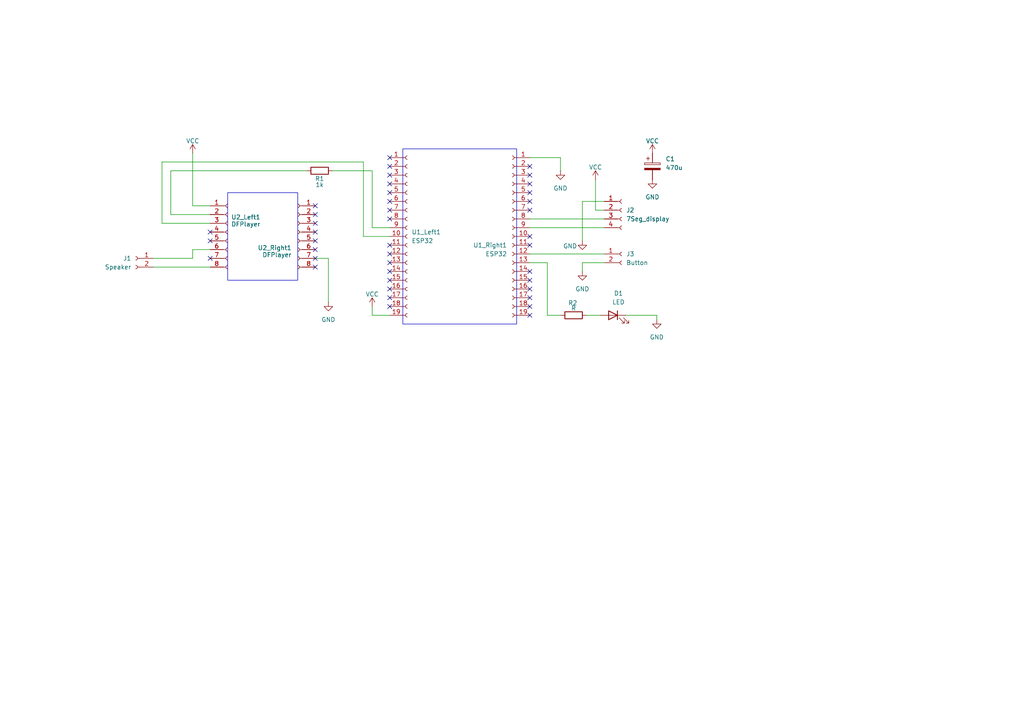
<source format=kicad_sch>
(kicad_sch (version 20250114) (generator "eeschema") (generator_version "9.0")
  (paper "A4")
  (title_block (title "alarm_unit") (date "2025-11-6") (company "MauSugi"))
  (lib_symbols
    (symbol "Conn_01x08_Socket_1" (pin_names (offset 1.016) (hide yes))
      (property "Reference" "U2" (at 1.016 4.318 0))
      (property "Value" "DFPlayer_Left" (at 1.016 2.286 0))
      (symbol "Conn_01x08_Socket_1_1_1"
        (polyline (pts (xy -1.27 7.62) (xy -0.508 7.62)) (stroke (width 0.1524)))
        (polyline (pts (xy -1.27 5.08) (xy -0.508 5.08)) (stroke (width 0.1524)))
        (polyline (pts (xy -1.27 2.54) (xy -0.508 2.54)) (stroke (width 0.1524)))
        (polyline (pts (xy -1.27 0) (xy -0.508 0)) (stroke (width 0.1524)))
        (polyline (pts (xy -1.27 -2.54) (xy -0.508 -2.54)) (stroke (width 0.1524)))
        (polyline (pts (xy -1.27 -5.08) (xy -0.508 -5.08)) (stroke (width 0.1524)))
        (polyline (pts (xy -1.27 -7.62) (xy -0.508 -7.62)) (stroke (width 0.1524)))
        (polyline (pts (xy -1.27 -10.16) (xy -0.508 -10.16)) (stroke (width 0.1524)))
        (arc (start 0 7.112) (mid -0.5058 7.62) (end 0 8.128) (stroke (width 0.1524)))
        (arc (start 0 4.572) (mid -0.5058 5.08) (end 0 5.588) (stroke (width 0.1524)))
        (arc (start 0 2.032) (mid -0.5058 2.54) (end 0 3.048) (stroke (width 0.1524)))
        (arc (start 0 -0.508) (mid -0.5058 0) (end 0 0.508) (stroke (width 0.1524)))
        (arc (start 0 -3.048) (mid -0.5058 -2.54) (end 0 -2.032) (stroke (width 0.1524)))
        (arc (start 0 -5.588) (mid -0.5058 -5.08) (end 0 -4.572) (stroke (width 0.1524)))
        (arc (start 0 -8.128) (mid -0.5058 -7.62) (end 0 -7.112) (stroke (width 0.1524)))
        (arc (start 0 -10.668) (mid -0.5058 -10.16) (end 0 -9.652) (stroke (width 0.1524)))
        (pin passive line (at -5.08 7.62 0) (length 3.81) (name "VCC") (number "1"))
        (pin passive line (at -5.08 5.08 0) (length 3.81) (name "RX") (number "2"))
        (pin passive line (at -5.08 2.54 0) (length 3.81) (name "TX") (number "3"))
        (pin passive line (at -5.08 0 0) (length 3.81) (name "DAC_R") (number "4"))
        (pin passive line (at -5.08 -2.54 0) (length 3.81) (name "DAC_I") (number "5"))
        (pin passive line (at -5.08 -5.08 0) (length 3.81) (name "SPK1") (number "6"))
        (pin passive line (at -5.08 -7.62 0) (length 3.81) (name "GND") (number "7"))
        (pin passive line (at -5.08 -10.16 0) (length 3.81) (name "SPK2") (number "8"))
      )
    )
    (symbol "Connector:Conn_01x02_Socket" (pin_names (offset 1.016) (hide yes))
      (property "Reference" "J" (at 0 2.54 0))
      (property "Value" "Conn_01x02_Socket" (at 0 -5.08 0))
      (symbol "Conn_01x02_Socket_1_1"
        (polyline (pts (xy -1.27 0) (xy -0.508 0)) (stroke (width 0.1524)))
        (polyline (pts (xy -1.27 -2.54) (xy -0.508 -2.54)) (stroke (width 0.1524)))
        (arc (start 0 -0.508) (mid -0.5058 0) (end 0 0.508) (stroke (width 0.1524)))
        (arc (start 0 -3.048) (mid -0.5058 -2.54) (end 0 -2.032) (stroke (width 0.1524)))
        (pin passive line (at -5.08 0 0) (length 3.81) (name "Pin_1") (number "1"))
        (pin passive line (at -5.08 -2.54 0) (length 3.81) (name "Pin_2") (number "2"))
      )
    )
    (symbol "Connector:Conn_01x04_Socket" (pin_names (offset 1.016) (hide yes))
      (property "Reference" "J" (at 0 5.08 0))
      (property "Value" "Conn_01x04_Socket" (at 0 -7.62 0))
      (symbol "Conn_01x04_Socket_1_1"
        (polyline (pts (xy -1.27 2.54) (xy -0.508 2.54)) (stroke (width 0.1524)))
        (polyline (pts (xy -1.27 0) (xy -0.508 0)) (stroke (width 0.1524)))
        (polyline (pts (xy -1.27 -2.54) (xy -0.508 -2.54)) (stroke (width 0.1524)))
        (polyline (pts (xy -1.27 -5.08) (xy -0.508 -5.08)) (stroke (width 0.1524)))
        (arc (start 0 2.032) (mid -0.5058 2.54) (end 0 3.048) (stroke (width 0.1524)))
        (arc (start 0 -0.508) (mid -0.5058 0) (end 0 0.508) (stroke (width 0.1524)))
        (arc (start 0 -3.048) (mid -0.5058 -2.54) (end 0 -2.032) (stroke (width 0.1524)))
        (arc (start 0 -5.588) (mid -0.5058 -5.08) (end 0 -4.572) (stroke (width 0.1524)))
        (pin passive line (at -5.08 2.54 0) (length 3.81) (name "Pin_1") (number "1"))
        (pin passive line (at -5.08 0 0) (length 3.81) (name "Pin_2") (number "2"))
        (pin passive line (at -5.08 -2.54 0) (length 3.81) (name "Pin_3") (number "3"))
        (pin passive line (at -5.08 -5.08 0) (length 3.81) (name "Pin_4") (number "4"))
      )
    )
    (symbol "Connector:Conn_01x08_Socket" (pin_names (offset 1.016) (hide yes))
      (property "Reference" "U2" (at 1.016 4.318 0))
      (property "Value" "DFPlayer_Left" (at 1.016 2.286 0))
      (symbol "Conn_01x08_Socket_1_1"
        (polyline (pts (xy -1.27 7.62) (xy -0.508 7.62)) (stroke (width 0.1524)))
        (polyline (pts (xy -1.27 5.08) (xy -0.508 5.08)) (stroke (width 0.1524)))
        (polyline (pts (xy -1.27 2.54) (xy -0.508 2.54)) (stroke (width 0.1524)))
        (polyline (pts (xy -1.27 0) (xy -0.508 0)) (stroke (width 0.1524)))
        (polyline (pts (xy -1.27 -2.54) (xy -0.508 -2.54)) (stroke (width 0.1524)))
        (polyline (pts (xy -1.27 -5.08) (xy -0.508 -5.08)) (stroke (width 0.1524)))
        (polyline (pts (xy -1.27 -7.62) (xy -0.508 -7.62)) (stroke (width 0.1524)))
        (polyline (pts (xy -1.27 -10.16) (xy -0.508 -10.16)) (stroke (width 0.1524)))
        (arc (start 0 7.112) (mid -0.5058 7.62) (end 0 8.128) (stroke (width 0.1524)))
        (arc (start 0 4.572) (mid -0.5058 5.08) (end 0 5.588) (stroke (width 0.1524)))
        (arc (start 0 2.032) (mid -0.5058 2.54) (end 0 3.048) (stroke (width 0.1524)))
        (arc (start 0 -0.508) (mid -0.5058 0) (end 0 0.508) (stroke (width 0.1524)))
        (arc (start 0 -3.048) (mid -0.5058 -2.54) (end 0 -2.032) (stroke (width 0.1524)))
        (arc (start 0 -5.588) (mid -0.5058 -5.08) (end 0 -4.572) (stroke (width 0.1524)))
        (arc (start 0 -8.128) (mid -0.5058 -7.62) (end 0 -7.112) (stroke (width 0.1524)))
        (arc (start 0 -10.668) (mid -0.5058 -10.16) (end 0 -9.652) (stroke (width 0.1524)))
        (pin passive line (at -5.08 7.62 0) (length 3.81) (name "VCC") (number "1"))
        (pin passive line (at -5.08 5.08 0) (length 3.81) (name "RX") (number "2"))
        (pin passive line (at -5.08 2.54 0) (length 3.81) (name "TX") (number "3"))
        (pin passive line (at -5.08 0 0) (length 3.81) (name "DAC_R") (number "4"))
        (pin passive line (at -5.08 -2.54 0) (length 3.81) (name "DAC_I") (number "5"))
        (pin passive line (at -5.08 -5.08 0) (length 3.81) (name "SPK1") (number "6"))
        (pin passive line (at -5.08 -7.62 0) (length 3.81) (name "GND") (number "7"))
        (pin passive line (at -5.08 -10.16 0) (length 3.81) (name "SPK2") (number "8"))
      )
    )
    (symbol "Connector:Conn_01x19_Socket" (pin_names (offset 1.016) (hide yes))
      (property "Reference" "J" (at 0 25.4 0))
      (property "Value" "Conn_01x19_Socket" (at 0 -25.4 0))
      (symbol "Conn_01x19_Socket_1_1"
        (polyline (pts (xy -1.27 22.86) (xy -0.508 22.86)) (stroke (width 0.1524)))
        (polyline (pts (xy -1.27 20.32) (xy -0.508 20.32)) (stroke (width 0.1524)))
        (polyline (pts (xy -1.27 17.78) (xy -0.508 17.78)) (stroke (width 0.1524)))
        (polyline (pts (xy -1.27 15.24) (xy -0.508 15.24)) (stroke (width 0.1524)))
        (polyline (pts (xy -1.27 12.7) (xy -0.508 12.7)) (stroke (width 0.1524)))
        (polyline (pts (xy -1.27 10.16) (xy -0.508 10.16)) (stroke (width 0.1524)))
        (polyline (pts (xy -1.27 7.62) (xy -0.508 7.62)) (stroke (width 0.1524)))
        (polyline (pts (xy -1.27 5.08) (xy -0.508 5.08)) (stroke (width 0.1524)))
        (polyline (pts (xy -1.27 2.54) (xy -0.508 2.54)) (stroke (width 0.1524)))
        (polyline (pts (xy -1.27 0) (xy -0.508 0)) (stroke (width 0.1524)))
        (polyline (pts (xy -1.27 -2.54) (xy -0.508 -2.54)) (stroke (width 0.1524)))
        (polyline (pts (xy -1.27 -5.08) (xy -0.508 -5.08)) (stroke (width 0.1524)))
        (polyline (pts (xy -1.27 -7.62) (xy -0.508 -7.62)) (stroke (width 0.1524)))
        (polyline (pts (xy -1.27 -10.16) (xy -0.508 -10.16)) (stroke (width 0.1524)))
        (polyline (pts (xy -1.27 -12.7) (xy -0.508 -12.7)) (stroke (width 0.1524)))
        (polyline (pts (xy -1.27 -15.24) (xy -0.508 -15.24)) (stroke (width 0.1524)))
        (polyline (pts (xy -1.27 -17.78) (xy -0.508 -17.78)) (stroke (width 0.1524)))
        (polyline (pts (xy -1.27 -20.32) (xy -0.508 -20.32)) (stroke (width 0.1524)))
        (polyline (pts (xy -1.27 -22.86) (xy -0.508 -22.86)) (stroke (width 0.1524)))
        (arc (start 0 22.352) (mid -0.5058 22.86) (end 0 23.368) (stroke (width 0.1524)))
        (arc (start 0 19.812) (mid -0.5058 20.32) (end 0 20.828) (stroke (width 0.1524)))
        (arc (start 0 17.272) (mid -0.5058 17.78) (end 0 18.288) (stroke (width 0.1524)))
        (arc (start 0 14.732) (mid -0.5058 15.24) (end 0 15.748) (stroke (width 0.1524)))
        (arc (start 0 12.192) (mid -0.5058 12.7) (end 0 13.208) (stroke (width 0.1524)))
        (arc (start 0 9.652) (mid -0.5058 10.16) (end 0 10.668) (stroke (width 0.1524)))
        (arc (start 0 7.112) (mid -0.5058 7.62) (end 0 8.128) (stroke (width 0.1524)))
        (arc (start 0 4.572) (mid -0.5058 5.08) (end 0 5.588) (stroke (width 0.1524)))
        (arc (start 0 2.032) (mid -0.5058 2.54) (end 0 3.048) (stroke (width 0.1524)))
        (arc (start 0 -0.508) (mid -0.5058 0) (end 0 0.508) (stroke (width 0.1524)))
        (arc (start 0 -3.048) (mid -0.5058 -2.54) (end 0 -2.032) (stroke (width 0.1524)))
        (arc (start 0 -5.588) (mid -0.5058 -5.08) (end 0 -4.572) (stroke (width 0.1524)))
        (arc (start 0 -8.128) (mid -0.5058 -7.62) (end 0 -7.112) (stroke (width 0.1524)))
        (arc (start 0 -10.668) (mid -0.5058 -10.16) (end 0 -9.652) (stroke (width 0.1524)))
        (arc (start 0 -13.208) (mid -0.5058 -12.7) (end 0 -12.192) (stroke (width 0.1524)))
        (arc (start 0 -15.748) (mid -0.5058 -15.24) (end 0 -14.732) (stroke (width 0.1524)))
        (arc (start 0 -18.288) (mid -0.5058 -17.78) (end 0 -17.272) (stroke (width 0.1524)))
        (arc (start 0 -20.828) (mid -0.5058 -20.32) (end 0 -19.812) (stroke (width 0.1524)))
        (arc (start 0 -23.368) (mid -0.5058 -22.86) (end 0 -22.352) (stroke (width 0.1524)))
        (pin passive line (at -5.08 22.86 0) (length 3.81) (name "Pin_1") (number "1"))
        (pin passive line (at -5.08 20.32 0) (length 3.81) (name "Pin_2") (number "2"))
        (pin passive line (at -5.08 17.78 0) (length 3.81) (name "Pin_3") (number "3"))
        (pin passive line (at -5.08 15.24 0) (length 3.81) (name "Pin_4") (number "4"))
        (pin passive line (at -5.08 12.7 0) (length 3.81) (name "Pin_5") (number "5"))
        (pin passive line (at -5.08 10.16 0) (length 3.81) (name "Pin_6") (number "6"))
        (pin passive line (at -5.08 7.62 0) (length 3.81) (name "Pin_7") (number "7"))
        (pin passive line (at -5.08 5.08 0) (length 3.81) (name "Pin_8") (number "8"))
        (pin passive line (at -5.08 2.54 0) (length 3.81) (name "Pin_9") (number "9"))
        (pin passive line (at -5.08 0 0) (length 3.81) (name "Pin_10") (number "10"))
        (pin passive line (at -5.08 -2.54 0) (length 3.81) (name "Pin_11") (number "11"))
        (pin passive line (at -5.08 -5.08 0) (length 3.81) (name "Pin_12") (number "12"))
        (pin passive line (at -5.08 -7.62 0) (length 3.81) (name "Pin_13") (number "13"))
        (pin passive line (at -5.08 -10.16 0) (length 3.81) (name "Pin_14") (number "14"))
        (pin passive line (at -5.08 -12.7 0) (length 3.81) (name "Pin_15") (number "15"))
        (pin passive line (at -5.08 -15.24 0) (length 3.81) (name "Pin_16") (number "16"))
        (pin passive line (at -5.08 -17.78 0) (length 3.81) (name "Pin_17") (number "17"))
        (pin passive line (at -5.08 -20.32 0) (length 3.81) (name "Pin_18") (number "18"))
        (pin passive line (at -5.08 -22.86 0) (length 3.81) (name "Pin_19") (number "19"))
      )
    )
    (symbol "Device:C_Polarized" (pin_numbers (hide yes)) (pin_names (offset 0.254))
      (property "Reference" "C" (at 0.635 2.54 0))
      (property "Value" "C_Polarized" (at 0.635 -2.54 0))
      (symbol "C_Polarized_0_1"
        (rectangle (start -2.286 0.508) (end 2.286 1.016))
        (polyline (pts (xy -1.778 2.286) (xy -0.762 2.286)))
        (polyline (pts (xy -1.27 2.794) (xy -1.27 1.778)))
        (rectangle (start 2.286 -0.508) (end -2.286 -1.016) (fill (type outline)))
      )
      (symbol "C_Polarized_1_1"
        (pin passive line (at 0 3.81 270) (length 2.794) (name "~") (number "1"))
        (pin passive line (at 0 -3.81 90) (length 2.794) (name "~") (number "2"))
      )
    )
    (symbol "Device:LED" (pin_numbers (hide yes)) (pin_names (offset 1.016) (hide yes))
      (property "Reference" "D" (at 0 2.54 0))
      (property "Value" "LED" (at 0 -2.54 0))
      (symbol "LED_0_1"
        (polyline (pts (xy -3.048 -0.762) (xy -4.572 -2.286) (xy -3.81 -2.286) (xy -4.572 -2.286) (xy -4.572 -1.524)))
        (polyline (pts (xy -1.778 -0.762) (xy -3.302 -2.286) (xy -2.54 -2.286) (xy -3.302 -2.286) (xy -3.302 -1.524)))
        (polyline (pts (xy -1.27 0) (xy 1.27 0)))
        (polyline (pts (xy -1.27 -1.27) (xy -1.27 1.27)) (stroke (width 0.254)))
        (polyline (pts (xy 1.27 -1.27) (xy 1.27 1.27) (xy -1.27 0) (xy 1.27 -1.27)) (stroke (width 0.254)))
      )
      (symbol "LED_1_1"
        (pin passive line (at -3.81 0 0) (length 2.54) (name "K") (number "1"))
        (pin passive line (at 3.81 0 180) (length 2.54) (name "A") (number "2"))
      )
    )
    (symbol "Device:R" (pin_numbers (hide yes)) (pin_names (offset 0))
      (property "Reference" "R" (at 2.032 0 90))
      (property "Value" "R" (at 0 0 90))
      (symbol "R_0_1"
        (rectangle (start -1.016 -2.54) (end 1.016 2.54) (stroke (width 0.254)))
      )
      (symbol "R_1_1"
        (pin passive line (at 0 3.81 270) (length 1.27) (name "~") (number "1"))
        (pin passive line (at 0 -3.81 90) (length 1.27) (name "~") (number "2"))
      )
    )
    (symbol "power:GND" (power) (pin_numbers (hide yes)) (pin_names (offset 0) (hide yes))
      (property "Value" "GND" (at 0 -3.81 0))
      (symbol "GND_0_1"
        (polyline (pts (xy 0 0) (xy 0 -1.27) (xy 1.27 -1.27) (xy 0 -2.54) (xy -1.27 -1.27) (xy 0 -1.27)))
      )
      (symbol "GND_1_1"
        (pin power_in line (at 0 0 270) (length 0) (name "~") (number "1"))
      )
    )
    (symbol "power:VCC" (power) (pin_numbers (hide yes)) (pin_names (offset 0) (hide yes))
      (property "Value" "VCC" (at 0 3.556 0))
      (symbol "VCC_0_1"
        (polyline (pts (xy -0.762 1.27) (xy 0 2.54)))
        (polyline (pts (xy 0 2.54) (xy 0.762 1.27)))
        (polyline (pts (xy 0 0) (xy 0 2.54)))
      )
      (symbol "VCC_1_1"
        (pin power_in line (at 0 0 90) (length 0) (name "~") (number "1"))
      )
    )
  )
  (rectangle (start 66.04 55.88) (end 86.36 81.28))
  (rectangle (start 116.84 43.18) (end 149.86 93.98))
  (no_connect (at 91.44 77.47))
  (no_connect (at 60.96 74.93))
  (no_connect (at 153.67 81.28))
  (no_connect (at 113.03 76.2))
  (no_connect (at 153.67 60.96))
  (no_connect (at 113.03 88.9))
  (no_connect (at 113.03 48.26))
  (no_connect (at 153.67 83.82))
  (no_connect (at 113.03 78.74))
  (no_connect (at 113.03 63.5))
  (no_connect (at 113.03 45.72))
  (no_connect (at 113.03 83.82))
  (no_connect (at 113.03 60.96))
  (no_connect (at 113.03 55.88))
  (no_connect (at 153.67 86.36))
  (no_connect (at 91.44 62.23))
  (no_connect (at 91.44 67.31))
  (no_connect (at 91.44 72.39))
  (no_connect (at 91.44 59.69))
  (no_connect (at 153.67 50.8))
  (no_connect (at 153.67 68.58))
  (no_connect (at 113.03 86.36))
  (no_connect (at 113.03 81.28))
  (no_connect (at 153.67 53.34))
  (no_connect (at 91.44 64.77))
  (no_connect (at 153.67 48.26))
  (no_connect (at 153.67 55.88))
  (no_connect (at 91.44 74.93))
  (no_connect (at 91.44 69.85))
  (no_connect (at 113.03 73.66))
  (no_connect (at 153.67 88.9))
  (no_connect (at 60.96 67.31))
  (no_connect (at 60.96 69.85))
  (no_connect (at 153.67 91.44))
  (no_connect (at 153.67 58.42))
  (no_connect (at 113.03 50.8))
  (no_connect (at 113.03 58.42))
  (no_connect (at 153.67 78.74))
  (no_connect (at 113.03 53.34))
  (no_connect (at 113.03 71.12))
  (no_connect (at 153.67 71.12))
  (wire (pts (xy 158.75 91.44) (xy 162.56 91.44)))
  (wire (pts (xy 44.45 74.93) (xy 55.88 74.93)))
  (wire (pts (xy 46.99 64.77) (xy 60.96 64.77)))
  (wire (pts (xy 153.67 63.5) (xy 175.26 63.5)))
  (wire (pts (xy 105.41 46.99) (xy 46.99 46.99)))
  (wire (pts (xy 49.53 49.53) (xy 49.53 62.23)))
  (wire (pts (xy 153.67 45.72) (xy 162.56 45.72)))
  (wire (pts (xy 181.61 91.44) (xy 190.5 91.44)))
  (wire (pts (xy 158.75 76.2) (xy 158.75 91.44)))
  (wire (pts (xy 170.18 91.44) (xy 173.99 91.44)))
  (wire (pts (xy 162.56 45.72) (xy 162.56 49.53)))
  (wire (pts (xy 44.45 77.47) (xy 60.96 77.47)))
  (wire (pts (xy 175.26 60.96) (xy 172.72 60.96)))
  (wire (pts (xy 46.99 46.99) (xy 46.99 64.77)))
  (wire (pts (xy 105.41 68.58) (xy 105.41 46.99)))
  (wire (pts (xy 107.95 91.44) (xy 113.03 91.44)))
  (wire (pts (xy 153.67 73.66) (xy 175.26 73.66)))
  (wire (pts (xy 113.03 66.04) (xy 107.95 66.04)))
  (wire (pts (xy 107.95 88.9) (xy 107.95 91.44)))
  (wire (pts (xy 168.91 76.2) (xy 168.91 78.74)))
  (wire (pts (xy 113.03 68.58) (xy 105.41 68.58)))
  (wire (pts (xy 55.88 59.69) (xy 60.96 59.69)))
  (wire (pts (xy 49.53 62.23) (xy 60.96 62.23)))
  (wire (pts (xy 175.26 58.42) (xy 168.91 58.42)))
  (wire (pts (xy 96.52 49.53) (xy 107.95 49.53)))
  (wire (pts (xy 91.44 74.93) (xy 95.25 74.93)))
  (wire (pts (xy 107.95 49.53) (xy 107.95 66.04)))
  (wire (pts (xy 55.88 44.45) (xy 55.88 59.69)))
  (wire (pts (xy 153.67 76.2) (xy 158.75 76.2)))
  (wire (pts (xy 55.88 74.93) (xy 55.88 72.39)))
  (wire (pts (xy 190.5 91.44) (xy 190.5 92.71)))
  (wire (pts (xy 55.88 72.39) (xy 60.96 72.39)))
  (wire (pts (xy 95.25 74.93) (xy 95.25 87.63)))
  (wire (pts (xy 172.72 52.07) (xy 172.72 60.96)))
  (wire (pts (xy 49.53 49.53) (xy 88.9 49.53)))
  (wire (pts (xy 153.67 66.04) (xy 175.26 66.04)))
  (wire (pts (xy 168.91 58.42) (xy 168.91 69.85)))
  (wire (pts (xy 168.91 76.2) (xy 175.26 76.2)))
  (symbol (lib_id "Device:LED") (at 177.8 91.44 0) (mirror y) (unit 1)
    (property "Reference" "D1" (at 179.3875 85.09 0))
    (property "Value" "LED" (at 179.3875 87.63 0))
    (property "Footprint" "LED_THT:LED_D5.0mm" (effects (hide yes)))
    (property "Description" "Light emitting diode" (effects (hide yes)))
  )
  (symbol (lib_id "Connector:Conn_01x04_Socket") (at 180.34 60.96 0) (unit 1)
    (property "Reference" "J2" (at 181.61 60.9599 0) (effects (justify left)))
    (property "Value" "7Seg_display" (at 181.61 63.4999 0) (effects (justify left)))
    (property "Footprint" "Connector_JST:JST_PH_B4B-PH-K_1x04_P2.00mm_Vertical" (effects (hide yes)))
    (property "Description" "Generic connector, single row, 01x04, script generated" (effects (hide yes)))
  )
  (symbol (lib_id "power:VCC") (at 107.95 88.9 0) (unit 1)
    (property "Reference" "#PWR03" (effects (hide yes)))
    (property "Value" "VCC" (at 107.95 85.344 0))
    (property "Description" "Power symbol creates a global label with name \"VCC\"" (effects (hide yes)))
  )
  (symbol (lib_id "power:VCC") (at 172.72 52.07 0) (unit 1)
    (property "Reference" "#PWR07" (effects (hide yes)))
    (property "Value" "VCC" (at 172.72 48.514 0))
    (property "Description" "Power symbol creates a global label with name \"VCC\"" (effects (hide yes)))
  )
  (symbol (lib_id "power:VCC") (at 55.88 44.45 0) (unit 1)
    (property "Reference" "#PWR04" (effects (hide yes)))
    (property "Value" "VCC" (at 55.88 40.894 0))
    (property "Description" "Power symbol creates a global label with name \"VCC\"" (effects (hide yes)))
  )
  (symbol (lib_id "Device:R") (at 92.71 49.53 90) (unit 1)
    (property "Reference" "R1" (at 92.71 51.816 90))
    (property "Value" "1k" (at 92.71 53.594 90))
    (property "Footprint" "Resistor_THT:R_Axial_DIN0207_L6.3mm_D2.5mm_P7.62mm_Horizontal" (effects (hide yes)))
    (property "Description" "Resistor" (effects (hide yes)))
  )
  (symbol (lib_id "power:VCC") (at 189.23 44.45 0) (unit 1)
    (property "Reference" "#PWR05" (effects (hide yes)))
    (property "Value" "VCC" (at 189.23 40.894 0))
    (property "Description" "Power symbol creates a global label with name \"VCC\"" (effects (hide yes)))
  )
  (symbol (lib_id "power:GND") (at 190.5 92.71 0) (unit 1)
    (property "Reference" "#PWR010" (effects (hide yes)))
    (property "Value" "GND" (at 190.5 97.79 0))
    (property "Description" "Power symbol creates a global label with name \"GND\" , ground" (effects (hide yes)))
  )
  (symbol (lib_id "power:GND") (at 162.56 49.53 0) (unit 1)
    (property "Reference" "#PWR02" (effects (hide yes)))
    (property "Value" "GND" (at 162.56 54.61 0))
    (property "Description" "Power symbol creates a global label with name \"GND\" , ground" (effects (hide yes)))
  )
  (symbol (lib_id "Device:C_Polarized") (at 189.23 48.26 0) (unit 1)
    (property "Reference" "C1" (at 193.04 46.1009 0) (effects (justify left)))
    (property "Value" "470u" (at 193.04 48.6409 0) (effects (justify left)))
    (property "Footprint" "Capacitor_THT:CP_Radial_D8.0mm_P3.50mm" (effects (hide yes)))
    (property "Description" "Polarized capacitor" (effects (hide yes)))
  )
  (symbol (lib_id "power:GND") (at 168.91 78.74 0) (unit 1)
    (property "Reference" "#PWR09" (effects (hide yes)))
    (property "Value" "GND" (at 168.91 83.82 0))
    (property "Description" "Power symbol creates a global label with name \"GND\" , ground" (effects (hide yes)))
  )
  (symbol (lib_id "Connector:Conn_01x02_Socket") (at 180.34 73.66 0) (unit 1)
    (property "Reference" "J3" (at 181.61 73.6599 0) (effects (justify left)))
    (property "Value" "Button" (at 181.61 76.1999 0) (effects (justify left)))
    (property "Footprint" "Connector_JST:JST_XH_B2B-XH-A_1x02_P2.50mm_Vertical" (effects (hide yes)))
    (property "Description" "Generic connector, single row, 01x02, script generated" (effects (hide yes)))
  )
  (symbol (lib_id "Connector:Conn_01x02_Socket") (at 39.37 74.93 0) (mirror y) (unit 1)
    (property "Reference" "J1" (at 38.1 74.9299 0) (effects (justify left)))
    (property "Value" "Speaker" (at 38.1 77.4699 0) (effects (justify left)))
    (property "Footprint" "Connector_JST:JST_XH_B2B-XH-A_1x02_P2.50mm_Vertical" (effects (hide yes)))
    (property "Description" "Generic connector, single row, 01x02, script generated" (effects (hide yes)))
  )
  (symbol (lib_id "Connector:Conn_01x19_Socket") (at 148.59 68.58 0) (mirror y) (unit 1)
    (property "Reference" "U1_Right1" (at 147.066 71.12 0) (effects (justify left)))
    (property "Value" "ESP32" (at 147.066 73.66 0) (effects (justify left)))
    (property "Footprint" "Connector_PinSocket_2.54mm:PinSocket_1x19_P2.54mm_Vertical" (effects (hide yes)))
    (property "Description" "Generic connector, single row, 01x19, script generated" (effects (hide yes)))
  )
  (symbol (lib_id "Connector:Conn_01x08_Socket") (at 66.04 67.31 0) (unit 1)
    (property "Reference" "U2_Left1" (at 67.056 62.992 0) (effects (justify left)))
    (property "Value" "DFPlayer" (at 67.056 65.024 0) (effects (justify left)))
    (property "Footprint" "Connector_PinSocket_2.54mm:PinSocket_1x08_P2.54mm_Vertical" (effects (hide yes)))
    (property "Description" "Generic connector, single row, 01x08, script generated" (effects (hide yes)))
  )
  (symbol (lib_name "Conn_01x08_Socket_1") (lib_id "Connector:Conn_01x08_Socket") (at 86.36 67.31 0) (mirror y) (unit 1)
    (property "Reference" "U2_Right1" (at 84.582 71.882 0) (effects (justify left)))
    (property "Value" "DFPlayer" (at 84.582 73.914 0) (effects (justify left)))
    (property "Footprint" "Connector_PinSocket_2.54mm:PinSocket_1x08_P2.54mm_Vertical" (effects (hide yes)))
    (property "Description" "Generic connector, single row, 01x08, script generated" (effects (hide yes)))
  )
  (symbol (lib_id "power:GND") (at 168.91 69.85 0) (unit 1)
    (property "Reference" "#PWR08" (effects (hide yes)))
    (property "Value" "GND" (at 165.354 71.374 0))
    (property "Description" "Power symbol creates a global label with name \"GND\" , ground" (effects (hide yes)))
  )
  (symbol (lib_id "power:GND") (at 95.25 87.63 0) (unit 1)
    (property "Reference" "#PWR01" (effects (hide yes)))
    (property "Value" "GND" (at 95.25 92.71 0))
    (property "Description" "Power symbol creates a global label with name \"GND\" , ground" (effects (hide yes)))
  )
  (symbol (lib_id "Device:R") (at 166.37 91.44 270) (unit 1)
    (property "Reference" "R2" (at 166.116 87.884 90))
    (property "Value" "R" (at 166.37 89.408 90))
    (property "Footprint" "Resistor_THT:R_Axial_DIN0207_L6.3mm_D2.5mm_P7.62mm_Horizontal" (effects (hide yes)))
    (property "Description" "Resistor" (effects (hide yes)))
  )
  (symbol (lib_id "Connector:Conn_01x19_Socket") (at 118.11 68.58 0) (unit 1)
    (property "Reference" "U1_Left1" (at 119.38 67.3099 0) (effects (justify left)))
    (property "Value" "ESP32" (at 119.38 69.8499 0) (effects (justify left)))
    (property "Footprint" "Connector_PinSocket_2.54mm:PinSocket_1x19_P2.54mm_Vertical" (effects (hide yes)))
    (property "Description" "Generic connector, single row, 01x19, script generated" (effects (hide yes)))
  )
  (symbol (lib_id "power:GND") (at 189.23 52.07 0) (unit 1)
    (property "Reference" "#PWR06" (effects (hide yes)))
    (property "Value" "GND" (at 189.23 57.15 0))
    (property "Description" "Power symbol creates a global label with name \"GND\" , ground" (effects (hide yes)))
  )
)
</source>
